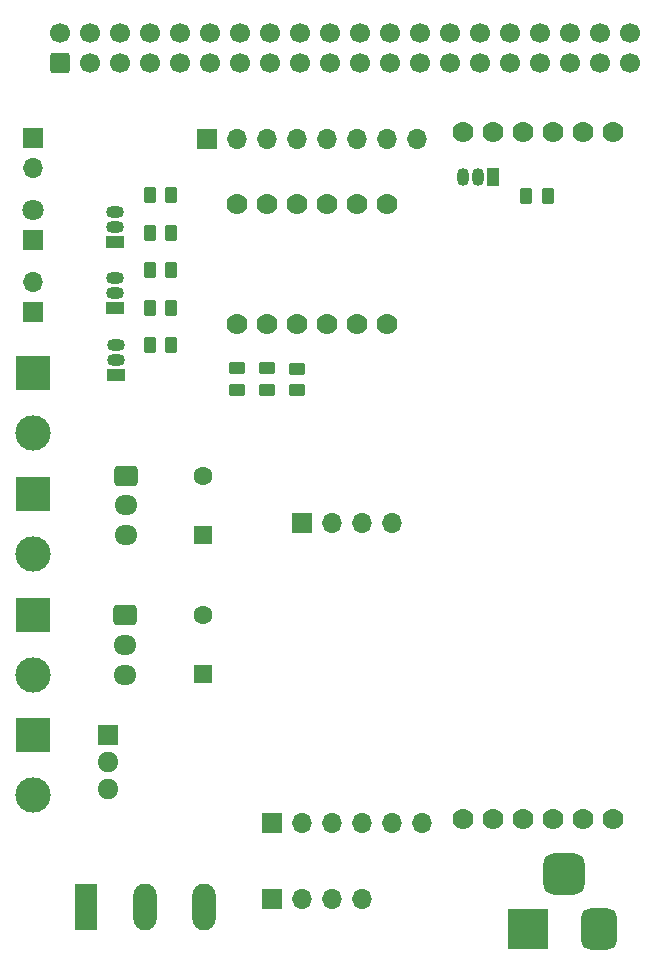
<source format=gts>
G04 #@! TF.GenerationSoftware,KiCad,Pcbnew,(6.0.9)*
G04 #@! TF.CreationDate,2022-11-30T22:13:12-05:00*
G04 #@! TF.ProjectId,Roboshot,526f626f-7368-46f7-942e-6b696361645f,rev?*
G04 #@! TF.SameCoordinates,Original*
G04 #@! TF.FileFunction,Soldermask,Top*
G04 #@! TF.FilePolarity,Negative*
%FSLAX46Y46*%
G04 Gerber Fmt 4.6, Leading zero omitted, Abs format (unit mm)*
G04 Created by KiCad (PCBNEW (6.0.9)) date 2022-11-30 22:13:12*
%MOMM*%
%LPD*%
G01*
G04 APERTURE LIST*
G04 Aperture macros list*
%AMRoundRect*
0 Rectangle with rounded corners*
0 $1 Rounding radius*
0 $2 $3 $4 $5 $6 $7 $8 $9 X,Y pos of 4 corners*
0 Add a 4 corners polygon primitive as box body*
4,1,4,$2,$3,$4,$5,$6,$7,$8,$9,$2,$3,0*
0 Add four circle primitives for the rounded corners*
1,1,$1+$1,$2,$3*
1,1,$1+$1,$4,$5*
1,1,$1+$1,$6,$7*
1,1,$1+$1,$8,$9*
0 Add four rect primitives between the rounded corners*
20,1,$1+$1,$2,$3,$4,$5,0*
20,1,$1+$1,$4,$5,$6,$7,0*
20,1,$1+$1,$6,$7,$8,$9,0*
20,1,$1+$1,$8,$9,$2,$3,0*%
G04 Aperture macros list end*
%ADD10R,3.000000X3.000000*%
%ADD11C,3.000000*%
%ADD12RoundRect,0.250000X0.262500X0.450000X-0.262500X0.450000X-0.262500X-0.450000X0.262500X-0.450000X0*%
%ADD13O,1.700000X1.700000*%
%ADD14R,1.700000X1.700000*%
%ADD15R,1.980000X3.960000*%
%ADD16O,1.980000X3.960000*%
%ADD17R,1.500000X1.050000*%
%ADD18O,1.500000X1.050000*%
%ADD19C,1.778000*%
%ADD20R,1.800000X1.714500*%
%ADD21O,1.800000X1.714500*%
%ADD22R,1.800000X1.800000*%
%ADD23C,1.800000*%
%ADD24R,1.600000X1.600000*%
%ADD25C,1.600000*%
%ADD26RoundRect,0.250000X0.600000X-0.600000X0.600000X0.600000X-0.600000X0.600000X-0.600000X-0.600000X0*%
%ADD27C,1.700000*%
%ADD28R,3.500000X3.500000*%
%ADD29RoundRect,0.750000X0.750000X1.000000X-0.750000X1.000000X-0.750000X-1.000000X0.750000X-1.000000X0*%
%ADD30RoundRect,0.875000X0.875000X0.875000X-0.875000X0.875000X-0.875000X-0.875000X0.875000X-0.875000X0*%
%ADD31RoundRect,0.250000X0.450000X-0.262500X0.450000X0.262500X-0.450000X0.262500X-0.450000X-0.262500X0*%
%ADD32RoundRect,0.250000X-0.262500X-0.450000X0.262500X-0.450000X0.262500X0.450000X-0.262500X0.450000X0*%
%ADD33RoundRect,0.250000X-0.725000X0.600000X-0.725000X-0.600000X0.725000X-0.600000X0.725000X0.600000X0*%
%ADD34O,1.950000X1.700000*%
%ADD35RoundRect,0.250000X-0.450000X0.262500X-0.450000X-0.262500X0.450000X-0.262500X0.450000X0.262500X0*%
%ADD36R,1.050000X1.500000*%
%ADD37O,1.050000X1.500000*%
G04 APERTURE END LIST*
D10*
X81076800Y-165228900D03*
D11*
X81076800Y-170308900D03*
D10*
X81076800Y-134620000D03*
D11*
X81076800Y-139700000D03*
D12*
X92758900Y-132232400D03*
X90933900Y-132232400D03*
D13*
X108864400Y-172696500D03*
X106324400Y-172696500D03*
X113944400Y-172696500D03*
X111404400Y-172696500D03*
X106324400Y-147296500D03*
D14*
X101244400Y-172696500D03*
D13*
X103784400Y-172696500D03*
D14*
X103784400Y-147296500D03*
D13*
X108864400Y-147296500D03*
X111404400Y-147296500D03*
D15*
X85496400Y-179832000D03*
D16*
X90496400Y-179832000D03*
X95496400Y-179832000D03*
D17*
X88037000Y-134748900D03*
D18*
X88037000Y-133478900D03*
X88037000Y-132208900D03*
D10*
X81076800Y-155041600D03*
D11*
X81076800Y-160121600D03*
D19*
X130149600Y-114225700D03*
X130149600Y-172391700D03*
X127609600Y-114225700D03*
X127609600Y-172391700D03*
X125069600Y-114225700D03*
X125069600Y-172391700D03*
X122529600Y-114225700D03*
X122529600Y-172391700D03*
X117449600Y-114225700D03*
X117449600Y-172391700D03*
X119989600Y-114225700D03*
X119989600Y-172391700D03*
D20*
X87425600Y-165247700D03*
D21*
X87425600Y-167533700D03*
X87425600Y-169819700D03*
D12*
X92758900Y-129057400D03*
X90933900Y-129057400D03*
D22*
X81076800Y-123291600D03*
D23*
X81076800Y-120751600D03*
D17*
X88032600Y-129059300D03*
D18*
X88032600Y-127789300D03*
X88032600Y-126519300D03*
D24*
X95402400Y-148300251D03*
D25*
X95402400Y-143300251D03*
D14*
X101244400Y-179148100D03*
D13*
X103784400Y-179148100D03*
X106324400Y-179148100D03*
X108864400Y-179148100D03*
D12*
X124610500Y-119634000D03*
X122785500Y-119634000D03*
D26*
X83362800Y-108332900D03*
D27*
X83362800Y-105792900D03*
X85902800Y-108332900D03*
X85902800Y-105792900D03*
X88442800Y-108332900D03*
X88442800Y-105792900D03*
X90982800Y-108332900D03*
X90982800Y-105792900D03*
X93522800Y-108332900D03*
X93522800Y-105792900D03*
X96062800Y-108332900D03*
X96062800Y-105792900D03*
X98602800Y-108332900D03*
X98602800Y-105792900D03*
X101142800Y-108332900D03*
X101142800Y-105792900D03*
X103682800Y-108332900D03*
X103682800Y-105792900D03*
X106222800Y-108332900D03*
X106222800Y-105792900D03*
X108762800Y-108332900D03*
X108762800Y-105792900D03*
X111302800Y-108332900D03*
X111302800Y-105792900D03*
X113842800Y-108332900D03*
X113842800Y-105792900D03*
X116382800Y-108332900D03*
X116382800Y-105792900D03*
X118922800Y-108332900D03*
X118922800Y-105792900D03*
X121462800Y-108332900D03*
X121462800Y-105792900D03*
X124002800Y-108332900D03*
X124002800Y-105792900D03*
X126542800Y-108332900D03*
X126542800Y-105792900D03*
X129082800Y-108332900D03*
X129082800Y-105792900D03*
X131622800Y-108332900D03*
X131622800Y-105792900D03*
D17*
X88032600Y-123471300D03*
D18*
X88032600Y-122201300D03*
X88032600Y-120931300D03*
D12*
X92757000Y-119532400D03*
X90932000Y-119532400D03*
D28*
X122981200Y-181680400D03*
D29*
X128981200Y-181680400D03*
D30*
X125981200Y-176980400D03*
D31*
X103428800Y-136067800D03*
X103428800Y-134242800D03*
D12*
X92758900Y-122707400D03*
X90933900Y-122707400D03*
D14*
X95758000Y-114784500D03*
D13*
X98298000Y-114784500D03*
X100838000Y-114784500D03*
X103378000Y-114784500D03*
X105918000Y-114784500D03*
X108458000Y-114784500D03*
X110998000Y-114784500D03*
X113538000Y-114784500D03*
D10*
X81076800Y-144830800D03*
D11*
X81076800Y-149910800D03*
D32*
X90933900Y-125882400D03*
X92758900Y-125882400D03*
D33*
X88849200Y-155121600D03*
D34*
X88849200Y-157621600D03*
X88849200Y-160121600D03*
D35*
X100888800Y-134190100D03*
X100888800Y-136015100D03*
D36*
X119989600Y-117957600D03*
D37*
X118719600Y-117957600D03*
X117449600Y-117957600D03*
D14*
X81076800Y-129387600D03*
D13*
X81076800Y-126847600D03*
D19*
X103416100Y-130412800D03*
X103416100Y-120252800D03*
X105956100Y-130412800D03*
X111036100Y-130412800D03*
X108496100Y-130412800D03*
X100876100Y-130412800D03*
X98336100Y-130412800D03*
X105956100Y-120252800D03*
X111036100Y-120252800D03*
X108496100Y-120252800D03*
X100876100Y-120252800D03*
X98336100Y-120252800D03*
D14*
X81076800Y-114677900D03*
D13*
X81076800Y-117217900D03*
D33*
X88900000Y-143306800D03*
D34*
X88900000Y-145806800D03*
X88900000Y-148306800D03*
D35*
X98348800Y-134190100D03*
X98348800Y-136015100D03*
D24*
X95402400Y-160085851D03*
D25*
X95402400Y-155085851D03*
M02*

</source>
